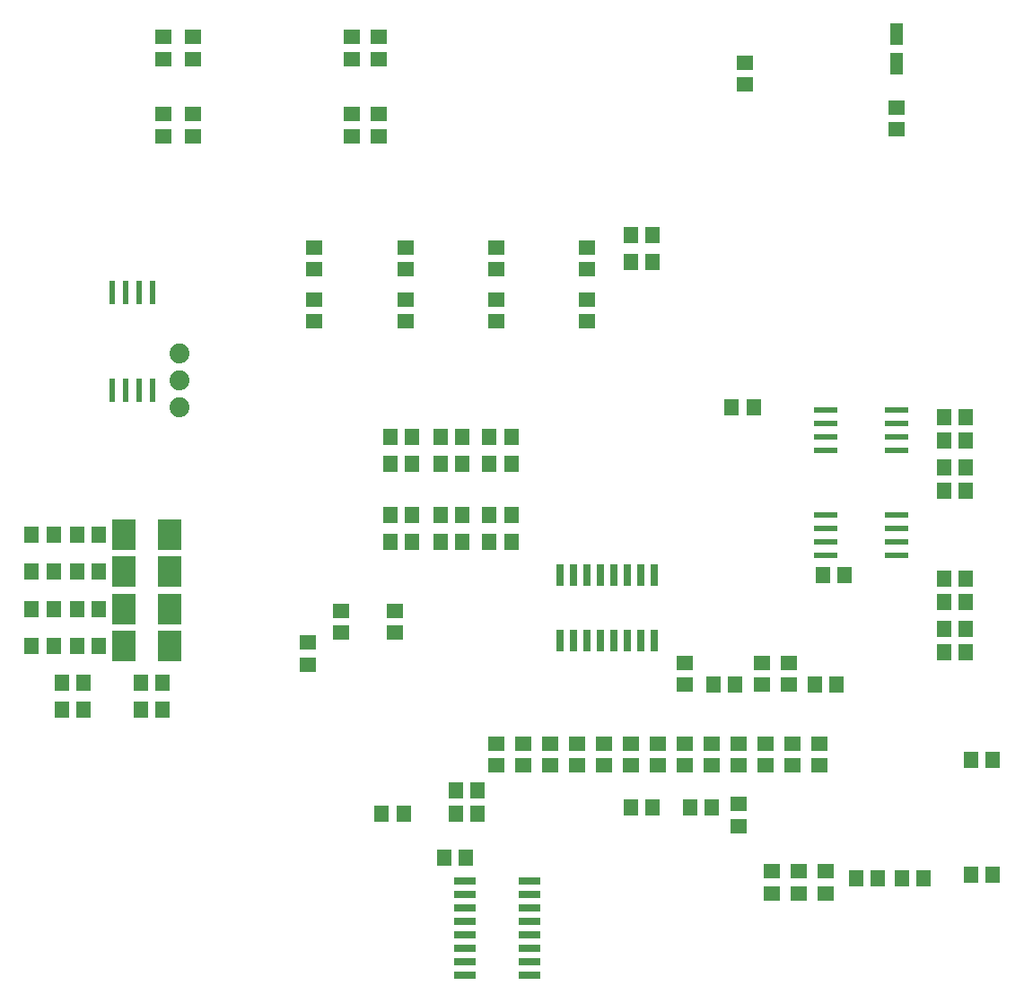
<source format=gtp>
G04 MADE WITH FRITZING*
G04 WWW.FRITZING.ORG*
G04 DOUBLE SIDED*
G04 HOLES PLATED*
G04 CONTOUR ON CENTER OF CONTOUR VECTOR*
%ASAXBY*%
%FSLAX23Y23*%
%MOIN*%
%OFA0B0*%
%SFA1.0B1.0*%
%ADD10C,0.074000*%
%ADD11R,0.026000X0.080000*%
%ADD12R,0.086900X0.024000*%
%ADD13R,0.090086X0.113708*%
%ADD14R,0.023622X0.086614*%
%ADD15R,0.055118X0.059055*%
%ADD16R,0.047244X0.078740*%
%ADD17R,0.080000X0.026000*%
%ADD18R,0.059055X0.055118*%
%ADD19R,0.001000X0.001000*%
%LNPASTEMASK1*%
G90*
G70*
G54D10*
X607Y2484D03*
X607Y2384D03*
X607Y2283D03*
G54D11*
X2019Y1417D03*
X2069Y1417D03*
X2119Y1417D03*
X2169Y1417D03*
X2219Y1417D03*
X2269Y1417D03*
X2319Y1417D03*
X2369Y1417D03*
X2369Y1659D03*
X2319Y1659D03*
X2269Y1659D03*
X2219Y1659D03*
X2169Y1659D03*
X2119Y1659D03*
X2069Y1659D03*
X2019Y1659D03*
G54D12*
X3269Y2122D03*
X3269Y2172D03*
X3269Y2222D03*
X3269Y2272D03*
X3004Y2272D03*
X3004Y2222D03*
X3004Y2172D03*
X3004Y2122D03*
X3269Y1734D03*
X3269Y1784D03*
X3269Y1834D03*
X3269Y1884D03*
X3004Y1884D03*
X3004Y1834D03*
X3004Y1784D03*
X3004Y1734D03*
G54D13*
X569Y1397D03*
X400Y1397D03*
X569Y1534D03*
X400Y1534D03*
X569Y1672D03*
X400Y1672D03*
X569Y1809D03*
X400Y1809D03*
G54D14*
X457Y2709D03*
X457Y2347D03*
X507Y2709D03*
X407Y2709D03*
X357Y2709D03*
X507Y2347D03*
X407Y2347D03*
X357Y2347D03*
G54D15*
X57Y1397D03*
X138Y1397D03*
X57Y1534D03*
X138Y1534D03*
X57Y1672D03*
X138Y1672D03*
X57Y1809D03*
X138Y1809D03*
X1575Y1784D03*
X1656Y1784D03*
X1575Y1884D03*
X1656Y1884D03*
X1575Y2072D03*
X1656Y2072D03*
X1575Y2172D03*
X1656Y2172D03*
X307Y1397D03*
X226Y1397D03*
X307Y1534D03*
X226Y1534D03*
X307Y1672D03*
X226Y1672D03*
X307Y1809D03*
X226Y1809D03*
X1388Y1784D03*
X1468Y1784D03*
X1388Y1884D03*
X1468Y1884D03*
X1388Y2072D03*
X1468Y2072D03*
X1388Y2172D03*
X1468Y2172D03*
G54D16*
X3269Y3559D03*
X3269Y3669D03*
G54D17*
X1907Y172D03*
X1907Y222D03*
X1907Y272D03*
X1907Y322D03*
X1907Y372D03*
X1907Y422D03*
X1907Y472D03*
X1907Y522D03*
X1665Y522D03*
X1665Y472D03*
X1665Y422D03*
X1665Y372D03*
X1665Y322D03*
X1665Y272D03*
X1665Y222D03*
X1665Y172D03*
G54D15*
X1589Y609D03*
X1669Y609D03*
X543Y1159D03*
X463Y1159D03*
X2282Y2922D03*
X2363Y2922D03*
G54D18*
X3269Y3316D03*
X3269Y3397D03*
X2707Y3565D03*
X2707Y3484D03*
G54D15*
X463Y1259D03*
X543Y1259D03*
X250Y1259D03*
X169Y1259D03*
G54D18*
X1344Y3291D03*
X1344Y3372D03*
X1244Y3578D03*
X1244Y3659D03*
X1344Y3578D03*
X1344Y3659D03*
X1244Y3291D03*
X1244Y3372D03*
X657Y3578D03*
X657Y3659D03*
X544Y3578D03*
X544Y3659D03*
X657Y3291D03*
X657Y3372D03*
X544Y3291D03*
X544Y3372D03*
G54D15*
X3525Y2247D03*
X3444Y2247D03*
X3525Y1972D03*
X3444Y1972D03*
X3525Y2059D03*
X3444Y2059D03*
X3525Y2159D03*
X3444Y2159D03*
X2657Y2284D03*
X2738Y2284D03*
X3525Y1372D03*
X3444Y1372D03*
X3525Y1459D03*
X3444Y1459D03*
X3525Y1559D03*
X3444Y1559D03*
X3525Y1647D03*
X3444Y1647D03*
G54D18*
X1107Y2603D03*
X1107Y2684D03*
X1444Y2603D03*
X1444Y2684D03*
X1782Y2603D03*
X1782Y2684D03*
X2119Y2603D03*
X2119Y2684D03*
X1107Y2877D03*
X1107Y2797D03*
X1444Y2877D03*
X1444Y2797D03*
X1782Y2877D03*
X1782Y2797D03*
X2119Y2877D03*
X2119Y2797D03*
G54D15*
X1757Y2072D03*
X1838Y2072D03*
X1838Y2172D03*
X1757Y2172D03*
X1713Y772D03*
X1632Y772D03*
X2363Y797D03*
X2282Y797D03*
X250Y1159D03*
X169Y1159D03*
X2994Y1659D03*
X3075Y1659D03*
G54D18*
X2769Y1334D03*
X2769Y1253D03*
X2082Y953D03*
X2082Y1034D03*
X1207Y1447D03*
X1207Y1527D03*
X1082Y1409D03*
X1082Y1328D03*
G54D15*
X2363Y2822D03*
X2282Y2822D03*
G54D18*
X1982Y953D03*
X1982Y1034D03*
G54D15*
X1713Y859D03*
X1632Y859D03*
G54D18*
X1782Y1034D03*
X1782Y953D03*
G54D15*
X3044Y1255D03*
X2964Y1255D03*
G54D18*
X2482Y1253D03*
X2482Y1334D03*
G54D15*
X3625Y972D03*
X3544Y972D03*
X3289Y534D03*
X3369Y534D03*
X3200Y534D03*
X3119Y534D03*
X3625Y547D03*
X3544Y547D03*
G54D18*
X3007Y559D03*
X3007Y478D03*
X2682Y728D03*
X2682Y809D03*
G54D15*
X2501Y797D03*
X2582Y797D03*
G54D18*
X2882Y953D03*
X2882Y1034D03*
X2807Y478D03*
X2807Y559D03*
X2907Y478D03*
X2907Y559D03*
G54D15*
X1357Y772D03*
X1438Y772D03*
G54D18*
X1882Y953D03*
X1882Y1034D03*
X2182Y953D03*
X2182Y1034D03*
X1407Y1447D03*
X1407Y1527D03*
X2982Y953D03*
X2982Y1034D03*
X2682Y953D03*
X2682Y1034D03*
X2582Y953D03*
X2582Y1034D03*
X2782Y953D03*
X2782Y1034D03*
X2482Y953D03*
X2482Y1034D03*
X2282Y953D03*
X2282Y1034D03*
X2382Y953D03*
X2382Y1034D03*
G54D15*
X1757Y1784D03*
X1838Y1784D03*
X1838Y1884D03*
X1757Y1884D03*
X2669Y1255D03*
X2589Y1255D03*
G54D18*
X2869Y1253D03*
X2869Y1334D03*
G54D19*
D02*
G04 End of PasteMask1*
M02*
</source>
